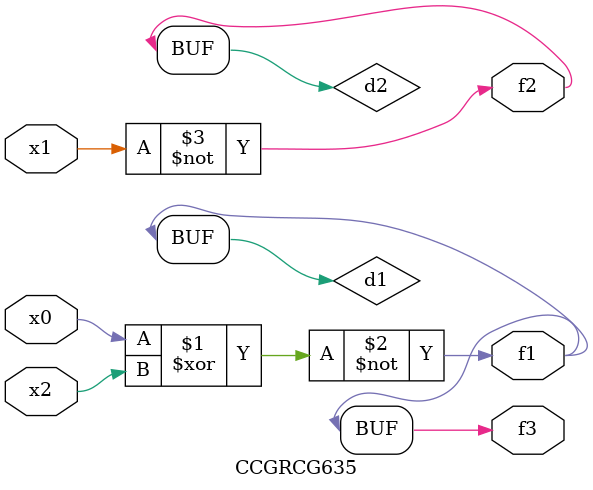
<source format=v>
module CCGRCG635(
	input x0, x1, x2,
	output f1, f2, f3
);

	wire d1, d2, d3;

	xnor (d1, x0, x2);
	nand (d2, x1);
	nor (d3, x1, x2);
	assign f1 = d1;
	assign f2 = d2;
	assign f3 = d1;
endmodule

</source>
